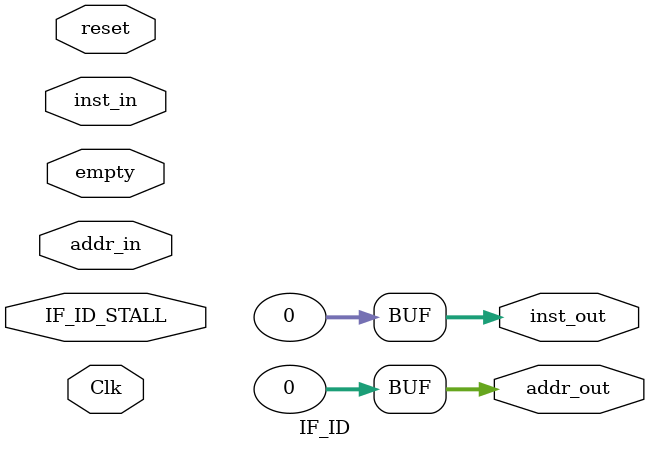
<source format=v>
`timescale 1ns / 1ps


module IF_ID(
    input Clk,
    input reset,
    input [31:0] inst_in,
    input [31:0] addr_in,
    input IF_ID_STALL,
    input empty,
    output reg [31:0] inst_out,
    output reg [31:0] addr_out
    );
    always @ (posedge Clk)
    begin
        if(IF_ID_STALL==0)
        begin
            addr_out=addr_in;
            inst_out=inst_in;
        end
    end
    always @ (reset or empty)
    begin
        addr_out=0;
        inst_out=0;
    end
    
endmodule

</source>
